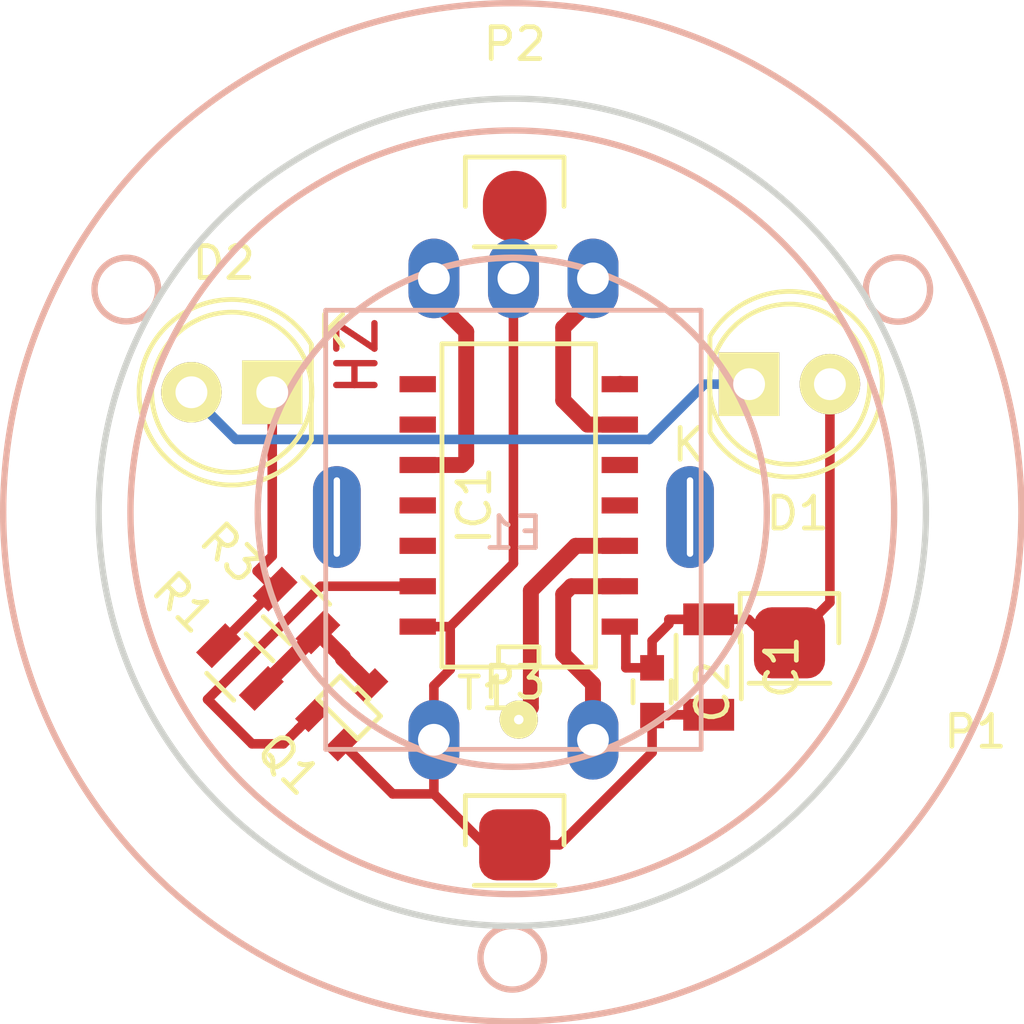
<source format=kicad_pcb>
(kicad_pcb (version 20171130) (host pcbnew "(5.1.12)-1")

  (general
    (thickness 1.6)
    (drawings 8)
    (tracks 78)
    (zones 0)
    (modules 13)
    (nets 18)
  )

  (page A4)
  (layers
    (0 F.Cu signal)
    (31 B.Cu signal)
    (32 B.Adhes user)
    (33 F.Adhes user)
    (34 B.Paste user)
    (35 F.Paste user)
    (36 B.SilkS user)
    (37 F.SilkS user)
    (38 B.Mask user)
    (39 F.Mask user)
    (40 Dwgs.User user)
    (41 Cmts.User user)
    (42 Eco1.User user)
    (43 Eco2.User user)
    (44 Edge.Cuts user)
    (45 Margin user)
    (46 B.CrtYd user)
    (47 F.CrtYd user)
    (48 B.Fab user)
    (49 F.Fab user)
  )

  (setup
    (last_trace_width 0.3)
    (user_trace_width 0.3)
    (user_trace_width 0.5)
    (user_trace_width 0.8)
    (trace_clearance 0.3)
    (zone_clearance 0.508)
    (zone_45_only no)
    (trace_min 0.2)
    (via_size 0.8)
    (via_drill 0.4)
    (via_min_size 0.4)
    (via_min_drill 0.3)
    (uvia_size 0.3)
    (uvia_drill 0.1)
    (uvias_allowed no)
    (uvia_min_size 0.2)
    (uvia_min_drill 0.1)
    (edge_width 0.2)
    (segment_width 0.2)
    (pcb_text_width 0.3)
    (pcb_text_size 1.5 1.5)
    (mod_edge_width 0.15)
    (mod_text_size 1 1)
    (mod_text_width 0.15)
    (pad_size 2 2.2352)
    (pad_drill 0)
    (pad_to_mask_clearance 0.2)
    (aux_axis_origin 0 0)
    (visible_elements 7FFFFFFF)
    (pcbplotparams
      (layerselection 0x00010_7fffffff)
      (usegerberextensions false)
      (usegerberattributes true)
      (usegerberadvancedattributes true)
      (creategerberjobfile true)
      (excludeedgelayer true)
      (linewidth 0.100000)
      (plotframeref false)
      (viasonmask false)
      (mode 1)
      (useauxorigin false)
      (hpglpennumber 1)
      (hpglpenspeed 20)
      (hpglpendiameter 15.000000)
      (psnegative true)
      (psa4output false)
      (plotreference true)
      (plotvalue true)
      (plotinvisibletext false)
      (padsonsilk false)
      (subtractmaskfromsilk false)
      (outputformat 2)
      (mirror true)
      (drillshape 1)
      (scaleselection 1)
      (outputdirectory ""))
  )

  (net 0 "")
  (net 1 GND)
  (net 2 VCC)
  (net 3 /A)
  (net 4 /B)
  (net 5 /Button)
  (net 6 /SCK)
  (net 7 /MISO)
  (net 8 /MOSI)
  (net 9 /IROUT)
  (net 10 /RESET)
  (net 11 "Net-(IC1-Pad3)")
  (net 12 "Net-(Q1-Pad3)")
  (net 13 "Net-(IC1-Pad12)")
  (net 14 "Net-(IC1-Pad11)")
  (net 15 "Net-(IC1-Pad5)")
  (net 16 /LED-connect)
  (net 17 /LEDPower)

  (net_class Default "This is the default net class."
    (clearance 0.3)
    (trace_width 0.3)
    (via_dia 0.8)
    (via_drill 0.4)
    (uvia_dia 0.3)
    (uvia_drill 0.1)
    (add_net /A)
    (add_net /B)
    (add_net /Button)
    (add_net /IROUT)
    (add_net /LED-connect)
    (add_net /LEDPower)
    (add_net /MISO)
    (add_net /MOSI)
    (add_net /RESET)
    (add_net /SCK)
    (add_net GND)
    (add_net "Net-(IC1-Pad11)")
    (add_net "Net-(IC1-Pad12)")
    (add_net "Net-(IC1-Pad3)")
    (add_net "Net-(IC1-Pad5)")
    (add_net "Net-(Q1-Pad3)")
    (add_net VCC)
  )

  (module knopf:MechanicalEncoder (layer B.Cu) (tedit 58324776) (tstamp 5823DCFF)
    (at 100.036 50.15 180)
    (path /5820AD2B)
    (fp_text reference E1 (at 0 -0.5 180) (layer B.SilkS)
      (effects (font (size 1 1) (thickness 0.15)) (justify mirror))
    )
    (fp_text value Encoder (at 0 0.5 180) (layer B.Fab)
      (effects (font (size 1 1) (thickness 0.15)) (justify mirror))
    )
    (fp_line (start -5.9 6.5) (end 5.9 6.5) (layer B.SilkS) (width 0.15))
    (fp_line (start 5.9 6.5) (end 5.9 -7.3) (layer B.SilkS) (width 0.15))
    (fp_line (start 5.9 -7.3) (end -5.9 -7.3) (layer B.SilkS) (width 0.15))
    (fp_line (start -5.9 -7.3) (end -5.9 6.5) (layer B.SilkS) (width 0.15))
    (fp_line (start -5.9 6.5) (end -5.8 6.5) (layer B.SilkS) (width 0.15))
    (pad 6 thru_hole oval (at -5.55 0 180) (size 1.5 3.2) (drill oval 0.2 2.5) (layers *.Cu *.Mask))
    (pad 6 thru_hole oval (at 5.55 0 180) (size 1.5 3.2) (drill oval 0.2 2.5) (layers *.Cu *.Mask))
    (pad 5 thru_hole oval (at 2.5 -7 180) (size 1.6 2.5) (drill 1) (layers *.Cu *.Mask)
      (net 1 GND))
    (pad 4 thru_hole oval (at -2.5 -7 180) (size 1.6 2.5) (drill 1) (layers *.Cu *.Mask)
      (net 5 /Button))
    (pad 3 thru_hole oval (at 2.5 7.5 180) (size 1.6 2.5) (drill 1) (layers *.Cu *.Mask)
      (net 4 /B))
    (pad 1 thru_hole oval (at -2.5 7.5 180) (size 1.6 2.5) (drill 1) (layers *.Cu *.Mask)
      (net 3 /A))
    (pad 2 thru_hole oval (at 0 7.5 180) (size 1.6 2.5) (drill 1) (layers *.Cu *.Mask)
      (net 1 GND))
  )

  (module LEDs:LED-5MM (layer F.Cu) (tedit 58324776) (tstamp 5823DCEA)
    (at 107.442 45.974)
    (descr "LED 5mm round vertical")
    (tags "LED 5mm round vertical")
    (path /5820B84C)
    (fp_text reference D1 (at 1.524 4.064) (layer F.SilkS)
      (effects (font (size 1 1) (thickness 0.15)))
    )
    (fp_text value LED (at 1.524 -3.937) (layer F.Fab)
      (effects (font (size 1 1) (thickness 0.15)))
    )
    (fp_line (start -1.5 -1.55) (end -1.5 1.55) (layer F.CrtYd) (width 0.05))
    (fp_line (start -1.23 1.5) (end -1.23 -1.5) (layer F.SilkS) (width 0.15))
    (fp_circle (center 1.27 0) (end 0.97 -2.5) (layer F.SilkS) (width 0.15))
    (fp_text user K (at -1.905 1.905) (layer F.SilkS)
      (effects (font (size 1 1) (thickness 0.15)))
    )
    (fp_arc (start 1.27 0) (end -1.23 -1.5) (angle 297.5) (layer F.SilkS) (width 0.15))
    (fp_arc (start 1.3 0) (end -1.5 1.55) (angle -302) (layer F.CrtYd) (width 0.05))
    (pad 1 thru_hole rect (at 0 0 90) (size 2 1.9) (drill 1.00076) (layers *.Cu *.Mask F.SilkS)
      (net 16 /LED-connect))
    (pad 2 thru_hole circle (at 2.54 0) (size 1.9 1.9) (drill 1.00076) (layers *.Cu *.Mask F.SilkS)
      (net 2 VCC))
  )

  (module LEDs:LED-5MM (layer F.Cu) (tedit 58324776) (tstamp 5823DCF6)
    (at 92.456 46.228 180)
    (descr "LED 5mm round vertical")
    (tags "LED 5mm round vertical")
    (path /5820B78C)
    (fp_text reference D2 (at 1.524 4.064 180) (layer F.SilkS)
      (effects (font (size 1 1) (thickness 0.15)))
    )
    (fp_text value LED (at 1.524 -3.937 180) (layer F.Fab)
      (effects (font (size 1 1) (thickness 0.15)))
    )
    (fp_line (start -1.5 -1.55) (end -1.5 1.55) (layer F.CrtYd) (width 0.05))
    (fp_line (start -1.23 1.5) (end -1.23 -1.5) (layer F.SilkS) (width 0.15))
    (fp_circle (center 1.27 0) (end 0.97 -2.5) (layer F.SilkS) (width 0.15))
    (fp_text user K (at -1.905 1.905 180) (layer F.SilkS)
      (effects (font (size 1 1) (thickness 0.15)))
    )
    (fp_arc (start 1.27 0) (end -1.23 -1.5) (angle 297.5) (layer F.SilkS) (width 0.15))
    (fp_arc (start 1.3 0) (end -1.5 1.55) (angle -302) (layer F.CrtYd) (width 0.05))
    (pad 1 thru_hole rect (at 0 0 270) (size 2 1.9) (drill 1.00076) (layers *.Cu *.Mask F.SilkS)
      (net 17 /LEDPower))
    (pad 2 thru_hole circle (at 2.54 0 180) (size 1.9 1.9) (drill 1.00076) (layers *.Cu *.Mask F.SilkS)
      (net 16 /LED-connect))
  )

  (module SMD_Packages:SOIC-14_N (layer F.Cu) (tedit 58324776) (tstamp 5823DD18)
    (at 100.076 49.784 90)
    (descr "Module CMS SOJ 14 pins Large")
    (tags "CMS SOJ")
    (path /5820AB5A)
    (attr smd)
    (fp_text reference IC1 (at 0 -1.27 90) (layer F.SilkS)
      (effects (font (size 1 1) (thickness 0.15)))
    )
    (fp_text value ATTINY44-S (at 0 1.27 90) (layer F.Fab)
      (effects (font (size 1 1) (thickness 0.15)))
    )
    (fp_line (start 5.08 -2.286) (end 5.08 2.54) (layer F.SilkS) (width 0.15))
    (fp_line (start 5.08 2.54) (end -5.08 2.54) (layer F.SilkS) (width 0.15))
    (fp_line (start -5.08 2.54) (end -5.08 -2.286) (layer F.SilkS) (width 0.15))
    (fp_line (start -5.08 -2.286) (end 5.08 -2.286) (layer F.SilkS) (width 0.15))
    (fp_line (start -5.08 -0.508) (end -4.445 -0.508) (layer F.SilkS) (width 0.15))
    (fp_line (start -4.445 -0.508) (end -4.445 0.762) (layer F.SilkS) (width 0.15))
    (fp_line (start -4.445 0.762) (end -5.08 0.762) (layer F.SilkS) (width 0.15))
    (pad 1 smd rect (at -3.81 3.302 90) (size 0.508 1.143) (layers F.Cu F.Paste F.Mask)
      (net 2 VCC))
    (pad 2 smd rect (at -2.54 3.302 90) (size 0.508 1.143) (layers F.Cu F.Paste F.Mask)
      (net 5 /Button))
    (pad 3 smd rect (at -1.27 3.302 90) (size 0.508 1.143) (layers F.Cu F.Paste F.Mask)
      (net 11 "Net-(IC1-Pad3)"))
    (pad 4 smd rect (at 0 3.302 90) (size 0.508 1.143) (layers F.Cu F.Paste F.Mask)
      (net 10 /RESET))
    (pad 5 smd rect (at 1.27 3.302 90) (size 0.508 1.143) (layers F.Cu F.Paste F.Mask)
      (net 15 "Net-(IC1-Pad5)"))
    (pad 6 smd rect (at 2.54 3.302 90) (size 0.508 1.143) (layers F.Cu F.Paste F.Mask)
      (net 3 /A))
    (pad 7 smd rect (at 3.81 3.302 90) (size 0.508 1.143) (layers F.Cu F.Paste F.Mask)
      (net 8 /MOSI))
    (pad 8 smd rect (at 3.81 -3.048 90) (size 0.508 1.143) (layers F.Cu F.Paste F.Mask)
      (net 7 /MISO))
    (pad 9 smd rect (at 2.54 -3.048 90) (size 0.508 1.143) (layers F.Cu F.Paste F.Mask)
      (net 6 /SCK))
    (pad 11 smd rect (at 0 -3.048 90) (size 0.508 1.143) (layers F.Cu F.Paste F.Mask)
      (net 14 "Net-(IC1-Pad11)"))
    (pad 12 smd rect (at -1.27 -3.048 90) (size 0.508 1.143) (layers F.Cu F.Paste F.Mask)
      (net 13 "Net-(IC1-Pad12)"))
    (pad 13 smd rect (at -2.54 -3.048 90) (size 0.508 1.143) (layers F.Cu F.Paste F.Mask)
      (net 9 /IROUT))
    (pad 14 smd rect (at -3.81 -3.048 90) (size 0.508 1.143) (layers F.Cu F.Paste F.Mask)
      (net 1 GND))
    (pad 10 smd rect (at 1.27 -3.048 90) (size 0.508 1.143) (layers F.Cu F.Paste F.Mask)
      (net 4 /B))
    (model SMD_Packages.3dshapes/SOIC-14_N.wrl
      (at (xyz 0 0 0))
      (scale (xyz 0.5 0.4 0.5))
      (rotate (xyz 0 0 0))
    )
  )

  (module Pin_Headers:Pin_Header_Straight_1x01 (layer F.Cu) (tedit 58324776) (tstamp 5823DD25)
    (at 108.712 54.102)
    (descr "Through hole pin header")
    (tags "pin header")
    (path /5820AEB6)
    (fp_text reference P1 (at 5.842 2.794) (layer F.SilkS)
      (effects (font (size 1 1) (thickness 0.15)))
    )
    (fp_text value Bat+ (at 0 -3.1) (layer F.Fab)
      (effects (font (size 1 1) (thickness 0.15)))
    )
    (fp_line (start 1.55 -1.55) (end 1.55 0) (layer F.SilkS) (width 0.15))
    (fp_line (start -1.75 -1.75) (end -1.75 1.75) (layer F.CrtYd) (width 0.05))
    (fp_line (start 1.75 -1.75) (end 1.75 1.75) (layer F.CrtYd) (width 0.05))
    (fp_line (start -1.75 -1.75) (end 1.75 -1.75) (layer F.CrtYd) (width 0.05))
    (fp_line (start -1.75 1.75) (end 1.75 1.75) (layer F.CrtYd) (width 0.05))
    (fp_line (start -1.55 0) (end -1.55 -1.55) (layer F.SilkS) (width 0.15))
    (fp_line (start -1.55 -1.55) (end 1.55 -1.55) (layer F.SilkS) (width 0.15))
    (fp_line (start -1.27 1.27) (end 1.27 1.27) (layer F.SilkS) (width 0.15))
    (pad 1 smd roundrect (at 0 0) (size 2.2352 2.2352) (layers F.Cu F.Paste F.Mask) (roundrect_rratio 0.25)
      (net 2 VCC))
  )

  (module Pin_Headers:Pin_Header_Straight_1x01 (layer F.Cu) (tedit 58324776) (tstamp 5823DD3F)
    (at 100.076 60.452)
    (descr "Through hole pin header")
    (tags "pin header")
    (path /5820AF77)
    (fp_text reference P3 (at 0 -5.1) (layer F.SilkS)
      (effects (font (size 1 1) (thickness 0.15)))
    )
    (fp_text value Bat- (at 0 -3.1) (layer F.Fab)
      (effects (font (size 1 1) (thickness 0.15)))
    )
    (fp_line (start 1.55 -1.55) (end 1.55 0) (layer F.SilkS) (width 0.15))
    (fp_line (start -1.75 -1.75) (end -1.75 1.75) (layer F.CrtYd) (width 0.05))
    (fp_line (start 1.75 -1.75) (end 1.75 1.75) (layer F.CrtYd) (width 0.05))
    (fp_line (start -1.75 -1.75) (end 1.75 -1.75) (layer F.CrtYd) (width 0.05))
    (fp_line (start -1.75 1.75) (end 1.75 1.75) (layer F.CrtYd) (width 0.05))
    (fp_line (start -1.55 0) (end -1.55 -1.55) (layer F.SilkS) (width 0.15))
    (fp_line (start -1.55 -1.55) (end 1.55 -1.55) (layer F.SilkS) (width 0.15))
    (fp_line (start -1.27 1.27) (end 1.27 1.27) (layer F.SilkS) (width 0.15))
    (pad 1 smd roundrect (at 0 0) (size 2.2352 2.2352) (layers F.Cu F.Paste F.Mask) (roundrect_rratio 0.25)
      (net 1 GND))
  )

  (module TO_SOT_Packages_SMD:SOT-323 (layer F.Cu) (tedit 58324776) (tstamp 5823DD62)
    (at 94.869 56.134 135)
    (tags "SMD SOT")
    (path /5820BAAC)
    (attr smd)
    (fp_text reference Q1 (at 0.089803 -2.604274 135) (layer F.SilkS)
      (effects (font (size 1 1) (thickness 0.15)))
    )
    (fp_text value MTM232270 (at 0 0 135) (layer F.Fab)
      (effects (font (size 1 1) (thickness 0.15)))
    )
    (fp_line (start 0.254 0.508) (end 0.889 0.508) (layer F.SilkS) (width 0.15))
    (fp_line (start 0.889 0.508) (end 0.889 -0.508) (layer F.SilkS) (width 0.15))
    (fp_line (start -0.889 -0.508) (end -0.889 0.508) (layer F.SilkS) (width 0.15))
    (fp_line (start -0.889 0.508) (end -0.254 0.508) (layer F.SilkS) (width 0.15))
    (fp_line (start 0.254 0.635) (end 0.254 0.508) (layer F.SilkS) (width 0.15))
    (fp_line (start -0.254 0.508) (end -0.254 0.635) (layer F.SilkS) (width 0.15))
    (fp_line (start 0.889 -0.508) (end -0.889 -0.508) (layer F.SilkS) (width 0.15))
    (fp_line (start -0.254 0.635) (end 0.254 0.635) (layer F.SilkS) (width 0.15))
    (pad 2 smd rect (at -0.65024 -0.94996 135) (size 0.59944 1.00076) (layers F.Cu F.Paste F.Mask)
      (net 1 GND))
    (pad 1 smd rect (at 0.65024 -0.94996 135) (size 0.59944 1.00076) (layers F.Cu F.Paste F.Mask)
      (net 9 /IROUT))
    (pad 3 smd rect (at 0 0.94996 135) (size 0.59944 1.00076) (layers F.Cu F.Paste F.Mask)
      (net 12 "Net-(Q1-Pad3)"))
    (model TO_SOT_Packages_SMD.3dshapes/SOT-323.wrl
      (offset (xyz 0 0 0.02539999961853028))
      (scale (xyz 0.3937 0.3937 0.3937))
      (rotate (xyz 0 0 0))
    )
  )

  (module Resistors_SMD:R_0805 (layer F.Cu) (tedit 58324776) (tstamp 5823DD6E)
    (at 93.218 53.086 315)
    (descr "Resistor SMD 0805, reflow soldering, Vishay (see dcrcw.pdf)")
    (tags "resistor 0805")
    (path /5820B93D)
    (attr smd)
    (fp_text reference R3 (at -2.73552 0.172601 315) (layer F.SilkS)
      (effects (font (size 1 1) (thickness 0.15)))
    )
    (fp_text value 4R7 (at 0 2.1 315) (layer F.Fab)
      (effects (font (size 1 1) (thickness 0.15)))
    )
    (fp_line (start -1.6 -1) (end 1.6 -1) (layer F.CrtYd) (width 0.05))
    (fp_line (start -1.6 1) (end 1.6 1) (layer F.CrtYd) (width 0.05))
    (fp_line (start -1.6 -1) (end -1.6 1) (layer F.CrtYd) (width 0.05))
    (fp_line (start 1.6 -1) (end 1.6 1) (layer F.CrtYd) (width 0.05))
    (fp_line (start 0.600001 0.875) (end -0.600001 0.875) (layer F.SilkS) (width 0.15))
    (fp_line (start -0.600001 -0.875) (end 0.600001 -0.875) (layer F.SilkS) (width 0.15))
    (pad 1 smd rect (at -0.949999 0 315) (size 0.7 1.3) (layers F.Cu F.Paste F.Mask)
      (net 17 /LEDPower))
    (pad 2 smd rect (at 0.949999 0 315) (size 0.7 1.3) (layers F.Cu F.Paste F.Mask)
      (net 12 "Net-(Q1-Pad3)"))
    (model Resistors_SMD.3dshapes/R_0805.wrl
      (at (xyz 0 0 0))
      (scale (xyz 1 1 1))
      (rotate (xyz 0 0 0))
    )
  )

  (module knopf:TestPoint (layer F.Cu) (tedit 58324776) (tstamp 5823DE40)
    (at 100.203 56.515)
    (descr "Through hole pin header")
    (tags "pin header")
    (path /5820BC03)
    (fp_text reference T1 (at -1.0795 -0.8255) (layer F.SilkS)
      (effects (font (size 1 1) (thickness 0.15)))
    )
    (fp_text value TEST (at 0 -3.1) (layer F.Fab)
      (effects (font (size 1 1) (thickness 0.15)))
    )
    (pad 1 thru_hole circle (at 0 0) (size 1.2 1.2) (drill 0.3) (layers *.Cu *.Mask F.SilkS)
      (net 11 "Net-(IC1-Pad3)"))
  )

  (module Capacitors_SMD:C_1206 (layer F.Cu) (tedit 58324776) (tstamp 5826820E)
    (at 106.172 54.864 270)
    (descr "Capacitor SMD 1206, reflow soldering, AVX (see smccp.pdf)")
    (tags "capacitor 1206")
    (path /5820AFD8)
    (attr smd)
    (fp_text reference C1 (at 0 -2.3 270) (layer F.SilkS)
      (effects (font (size 1 1) (thickness 0.15)))
    )
    (fp_text value 22u (at 0 2.3 270) (layer F.Fab)
      (effects (font (size 1 1) (thickness 0.15)))
    )
    (fp_line (start -1 1.025) (end 1 1.025) (layer F.SilkS) (width 0.15))
    (fp_line (start 1 -1.025) (end -1 -1.025) (layer F.SilkS) (width 0.15))
    (fp_line (start 2.3 -1.15) (end 2.3 1.15) (layer F.CrtYd) (width 0.05))
    (fp_line (start -2.3 -1.15) (end -2.3 1.15) (layer F.CrtYd) (width 0.05))
    (fp_line (start -2.3 1.15) (end 2.3 1.15) (layer F.CrtYd) (width 0.05))
    (fp_line (start -2.3 -1.15) (end 2.3 -1.15) (layer F.CrtYd) (width 0.05))
    (pad 2 smd rect (at 1.5 0 270) (size 1 1.6) (layers F.Cu F.Paste F.Mask)
      (net 1 GND))
    (pad 1 smd rect (at -1.5 0 270) (size 1 1.6) (layers F.Cu F.Paste F.Mask)
      (net 2 VCC))
    (model Capacitors_SMD.3dshapes/C_1206.wrl
      (at (xyz 0 0 0))
      (scale (xyz 1 1 1))
      (rotate (xyz 0 0 0))
    )
  )

  (module Capacitors_SMD:C_0603 (layer F.Cu) (tedit 58324776) (tstamp 5826856F)
    (at 104.394 55.638 270)
    (descr "Capacitor SMD 0603, reflow soldering, AVX (see smccp.pdf)")
    (tags "capacitor 0603")
    (path /5820B01C)
    (attr smd)
    (fp_text reference C2 (at 0 -1.9 270) (layer F.SilkS)
      (effects (font (size 1 1) (thickness 0.15)))
    )
    (fp_text value 100n (at 0 1.9 270) (layer F.Fab)
      (effects (font (size 1 1) (thickness 0.15)))
    )
    (fp_line (start 0.35 0.6) (end -0.35 0.6) (layer F.SilkS) (width 0.15))
    (fp_line (start -0.35 -0.6) (end 0.35 -0.6) (layer F.SilkS) (width 0.15))
    (fp_line (start 1.45 -0.75) (end 1.45 0.75) (layer F.CrtYd) (width 0.05))
    (fp_line (start -1.45 -0.75) (end -1.45 0.75) (layer F.CrtYd) (width 0.05))
    (fp_line (start -1.45 0.75) (end 1.45 0.75) (layer F.CrtYd) (width 0.05))
    (fp_line (start -1.45 -0.75) (end 1.45 -0.75) (layer F.CrtYd) (width 0.05))
    (pad 2 smd rect (at 0.75 0 270) (size 0.8 0.75) (layers F.Cu F.Paste F.Mask)
      (net 1 GND))
    (pad 1 smd rect (at -0.75 0 270) (size 0.8 0.75) (layers F.Cu F.Paste F.Mask)
      (net 2 VCC))
    (model Capacitors_SMD.3dshapes/C_0603.wrl
      (at (xyz 0 0 0))
      (scale (xyz 1 1 1))
      (rotate (xyz 0 0 0))
    )
  )

  (module Resistors_SMD:R_0805 (layer F.Cu) (tedit 58324776) (tstamp 58323555)
    (at 91.44 54.864 315)
    (descr "Resistor SMD 0805, reflow soldering, Vishay (see dcrcw.pdf)")
    (tags "resistor 0805")
    (path /583237B4)
    (attr smd)
    (fp_text reference R1 (at -2.694077 -0.179605 315) (layer F.SilkS)
      (effects (font (size 1 1) (thickness 0.15)))
    )
    (fp_text value 4R7 (at 0 2.1 315) (layer F.Fab)
      (effects (font (size 1 1) (thickness 0.15)))
    )
    (fp_line (start -0.6 -0.875) (end 0.6 -0.875) (layer F.SilkS) (width 0.15))
    (fp_line (start 0.6 0.875) (end -0.6 0.875) (layer F.SilkS) (width 0.15))
    (fp_line (start 1.6 -1) (end 1.6 1) (layer F.CrtYd) (width 0.05))
    (fp_line (start -1.6 -1) (end -1.6 1) (layer F.CrtYd) (width 0.05))
    (fp_line (start -1.6 1) (end 1.6 1) (layer F.CrtYd) (width 0.05))
    (fp_line (start -1.6 -1) (end 1.6 -1) (layer F.CrtYd) (width 0.05))
    (pad 1 smd rect (at -0.949999 0 315) (size 0.7 1.3) (layers F.Cu F.Paste F.Mask)
      (net 17 /LEDPower))
    (pad 2 smd rect (at 0.949999 0 315) (size 0.7 1.3) (layers F.Cu F.Paste F.Mask)
      (net 12 "Net-(Q1-Pad3)"))
    (model Resistors_SMD.3dshapes/R_0805.wrl
      (at (xyz 0 0 0))
      (scale (xyz 1 1 1))
      (rotate (xyz 0 0 0))
    )
  )

  (module Pin_Headers:Pin_Header_Straight_1x01 (layer F.Cu) (tedit 58324776) (tstamp 5832398D)
    (at 100.076 40.386)
    (descr "Through hole pin header")
    (tags "pin header")
    (path /58323947)
    (fp_text reference P2 (at 0 -5.1) (layer F.SilkS)
      (effects (font (size 1 1) (thickness 0.15)))
    )
    (fp_text value Bat- (at 0 -3.1) (layer F.Fab)
      (effects (font (size 1 1) (thickness 0.15)))
    )
    (fp_line (start -1.27 1.27) (end 1.27 1.27) (layer F.SilkS) (width 0.15))
    (fp_line (start -1.55 -1.55) (end 1.55 -1.55) (layer F.SilkS) (width 0.15))
    (fp_line (start -1.55 0) (end -1.55 -1.55) (layer F.SilkS) (width 0.15))
    (fp_line (start -1.75 1.75) (end 1.75 1.75) (layer F.CrtYd) (width 0.05))
    (fp_line (start -1.75 -1.75) (end 1.75 -1.75) (layer F.CrtYd) (width 0.05))
    (fp_line (start 1.75 -1.75) (end 1.75 1.75) (layer F.CrtYd) (width 0.05))
    (fp_line (start -1.75 -1.75) (end -1.75 1.75) (layer F.CrtYd) (width 0.05))
    (fp_line (start 1.55 -1.55) (end 1.55 0) (layer F.SilkS) (width 0.15))
    (pad 1 smd oval (at 0 0) (size 2 2.2352) (layers F.Cu F.Paste F.Mask)
      (net 1 GND))
    (model Pin_Headers.3dshapes/Pin_Header_Straight_1x01.wrl
      (at (xyz 0 0 0))
      (scale (xyz 1 1 1))
      (rotate (xyz 0 0 90))
    )
  )

  (gr_circle (center 87.87 43) (end 88.87 43) (layer B.SilkS) (width 0.2) (tstamp 583244CC))
  (gr_circle (center 112.12 43) (end 113.13 43) (layer B.SilkS) (width 0.2) (tstamp 583244C9))
  (gr_circle (center 100 50) (end 108 50) (layer B.SilkS) (width 0.2) (tstamp 5832449C))
  (gr_circle (center 100 64) (end 101 64) (layer B.SilkS) (width 0.2))
  (gr_circle (center 100 50) (end 116 50) (layer B.SilkS) (width 0.2) (tstamp 58322F39))
  (gr_circle (center 100 50) (end 112 50) (layer B.SilkS) (width 0.2) (tstamp 58322F15))
  (gr_circle (center 100 50) (end 113 50) (layer Edge.Cuts) (width 0.2))
  (gr_text HZ (at 95.123 45.085 90) (layer F.Cu)
    (effects (font (size 1.2 1.2) (thickness 0.2)))
  )

  (segment (start 100.036 42.65) (end 100.036 51.6076) (width 0.3) (layer F.Cu) (net 1))
  (segment (start 100.036 51.6076) (end 98.0496 53.594) (width 0.3) (layer F.Cu) (net 1))
  (segment (start 100.076 41.9537) (end 100.036 41.9937) (width 0.3) (layer F.Cu) (net 1))
  (segment (start 100.036 41.9937) (end 100.036 42.65) (width 0.3) (layer F.Cu) (net 1))
  (segment (start 97.536 57.15) (end 97.536 55.4499) (width 0.3) (layer F.Cu) (net 1))
  (segment (start 97.028 53.594) (end 98.0496 53.594) (width 0.3) (layer F.Cu) (net 1))
  (segment (start 98.0496 53.594) (end 98.0496 54.9363) (width 0.3) (layer F.Cu) (net 1))
  (segment (start 98.0496 54.9363) (end 97.536 55.4499) (width 0.3) (layer F.Cu) (net 1))
  (segment (start 100.076 60.452) (end 99.1379 60.452) (width 0.3) (layer F.Cu) (net 1))
  (segment (start 99.1379 60.452) (end 97.536 58.8501) (width 0.3) (layer F.Cu) (net 1))
  (segment (start 104.394 56.388) (end 104.394 57.5454) (width 0.3) (layer F.Cu) (net 1))
  (segment (start 104.394 57.5454) (end 101.4874 60.452) (width 0.3) (layer F.Cu) (net 1))
  (segment (start 101.4874 60.452) (end 100.076 60.452) (width 0.3) (layer F.Cu) (net 1))
  (segment (start 97.536 57.15) (end 97.536 58.8501) (width 0.3) (layer F.Cu) (net 1))
  (segment (start 94.657 57.2655) (end 95.1872 57.7957) (width 0.3) (layer F.Cu) (net 1))
  (segment (start 95.1872 57.7957) (end 96.2416 58.8501) (width 0.3) (layer F.Cu) (net 1))
  (segment (start 96.2416 58.8501) (end 97.536 58.8501) (width 0.3) (layer F.Cu) (net 1))
  (segment (start 104.394 56.388) (end 104.8979 56.388) (width 0.3) (layer F.Cu) (net 1))
  (segment (start 104.8979 56.388) (end 104.9219 56.364) (width 0.3) (layer F.Cu) (net 1))
  (segment (start 106.172 56.364) (end 104.9219 56.364) (width 0.3) (layer F.Cu) (net 1))
  (segment (start 100.076 40.386) (end 100.076 41.9537) (width 0.3) (layer F.Cu) (net 1))
  (segment (start 108.712 54.102) (end 109.982 52.832) (width 0.3) (layer F.Cu) (net 2))
  (segment (start 109.982 52.832) (end 109.982 45.974) (width 0.3) (layer F.Cu) (net 2))
  (segment (start 107.4221 53.364) (end 108.1601 54.102) (width 0.3) (layer F.Cu) (net 2))
  (segment (start 108.1601 54.102) (end 108.712 54.102) (width 0.3) (layer F.Cu) (net 2))
  (segment (start 106.172 53.364) (end 107.4221 53.364) (width 0.3) (layer F.Cu) (net 2))
  (segment (start 104.394 54.888) (end 104.394 54.0379) (width 0.3) (layer F.Cu) (net 2))
  (segment (start 106.172 53.364) (end 104.9219 53.364) (width 0.3) (layer F.Cu) (net 2))
  (segment (start 104.9219 53.364) (end 104.9219 53.51) (width 0.3) (layer F.Cu) (net 2))
  (segment (start 104.9219 53.51) (end 104.394 54.0379) (width 0.3) (layer F.Cu) (net 2))
  (segment (start 104.394 54.888) (end 103.5689 54.888) (width 0.3) (layer F.Cu) (net 2))
  (segment (start 103.5689 54.888) (end 103.5689 53.7849) (width 0.3) (layer F.Cu) (net 2))
  (segment (start 103.5689 53.7849) (end 103.378 53.594) (width 0.3) (layer F.Cu) (net 2))
  (segment (start 102.536 42.65) (end 102.536 43.26) (width 0.5) (layer F.Cu) (net 3))
  (segment (start 102.536 43.26) (end 101.6 44.196) (width 0.5) (layer F.Cu) (net 3))
  (segment (start 101.6 44.196) (end 101.6 46.482) (width 0.5) (layer F.Cu) (net 3))
  (segment (start 101.6 46.482) (end 102.362 47.244) (width 0.5) (layer F.Cu) (net 3))
  (segment (start 102.362 47.244) (end 103.378 47.244) (width 0.5) (layer F.Cu) (net 3))
  (segment (start 97.536 42.65) (end 97.536 43.307) (width 0.5) (layer F.Cu) (net 4))
  (segment (start 97.536 43.307) (end 98.552 44.323) (width 0.5) (layer F.Cu) (net 4))
  (segment (start 98.552 44.323) (end 98.552 48.387) (width 0.5) (layer F.Cu) (net 4))
  (segment (start 98.552 48.387) (end 98.425 48.514) (width 0.5) (layer F.Cu) (net 4))
  (segment (start 98.425 48.514) (end 97.028 48.514) (width 0.5) (layer F.Cu) (net 4))
  (segment (start 103.378 52.324) (end 101.854 52.324) (width 0.5) (layer F.Cu) (net 5))
  (segment (start 101.854 52.324) (end 101.6 52.578) (width 0.5) (layer F.Cu) (net 5))
  (segment (start 101.6 52.578) (end 101.6 54.464) (width 0.5) (layer F.Cu) (net 5))
  (segment (start 101.6 54.464) (end 102.536 55.4) (width 0.5) (layer F.Cu) (net 5))
  (segment (start 102.536 55.4) (end 102.536 57.15) (width 0.5) (layer F.Cu) (net 5))
  (segment (start 103.39 45.962) (end 103.378 45.974) (width 0.5) (layer F.Cu) (net 8))
  (segment (start 93.272 56.8114) (end 93.2721 56.8114) (width 0.3) (layer F.Cu) (net 9))
  (segment (start 93.2721 56.8114) (end 93.7375 56.346) (width 0.3) (layer F.Cu) (net 9))
  (segment (start 93.272 56.8114) (end 93.7375 56.3459) (width 0.3) (layer F.Cu) (net 9))
  (segment (start 97.028 52.324) (end 93.98 52.324) (width 0.3) (layer F.Cu) (net 9))
  (segment (start 93.98 52.324) (end 90.424 55.88) (width 0.3) (layer F.Cu) (net 9))
  (segment (start 90.424 55.88) (end 91.821 57.277) (width 0.3) (layer F.Cu) (net 9))
  (segment (start 91.821 57.277) (end 92.8064 57.277) (width 0.3) (layer F.Cu) (net 9))
  (segment (start 92.8064 57.277) (end 93.272 56.8114) (width 0.3) (layer F.Cu) (net 9))
  (segment (start 103.378 51.054) (end 101.993 51.054) (width 0.5) (layer F.Cu) (net 11))
  (segment (start 101.993 51.054) (end 100.584 52.4626) (width 0.5) (layer F.Cu) (net 11))
  (segment (start 100.584 52.4626) (end 100.584 56.134) (width 0.5) (layer F.Cu) (net 11))
  (segment (start 100.584 56.134) (end 100.203 56.515) (width 0.5) (layer F.Cu) (net 11))
  (segment (start 95.1084 55.03) (end 95.1086 55.03) (width 0.3) (layer F.Cu) (net 12))
  (segment (start 95.1086 55.03) (end 95.5408 55.4622) (width 0.3) (layer F.Cu) (net 12))
  (segment (start 95.1084 55.03) (end 95.5407 55.4623) (width 0.5) (layer F.Cu) (net 12))
  (segment (start 93.8898 53.7578) (end 94.6761 54.5441) (width 0.5) (layer F.Cu) (net 12))
  (segment (start 94.6761 54.5441) (end 94.6761 54.5977) (width 0.5) (layer F.Cu) (net 12))
  (segment (start 94.6761 54.5977) (end 95.1084 55.03) (width 0.5) (layer F.Cu) (net 12))
  (segment (start 93.8898 53.7578) (end 92.1118 55.5358) (width 0.5) (layer F.Cu) (net 12))
  (segment (start 107.442 45.974) (end 106.0419 45.974) (width 0.3) (layer B.Cu) (net 16))
  (segment (start 89.916 46.228) (end 89.916 46.3186) (width 0.3) (layer B.Cu) (net 16))
  (segment (start 89.916 46.3186) (end 91.3076 47.7102) (width 0.3) (layer B.Cu) (net 16))
  (segment (start 91.3076 47.7102) (end 104.3057 47.7102) (width 0.3) (layer B.Cu) (net 16))
  (segment (start 104.3057 47.7102) (end 106.0419 45.974) (width 0.3) (layer B.Cu) (net 16))
  (segment (start 92.5462 52.4142) (end 91.9805 51.8485) (width 0.3) (layer F.Cu) (net 17))
  (segment (start 91.9805 51.8485) (end 92.456 51.373) (width 0.3) (layer F.Cu) (net 17))
  (segment (start 92.456 51.373) (end 92.456 47.6781) (width 0.3) (layer F.Cu) (net 17))
  (segment (start 92.456 46.228) (end 92.456 47.6781) (width 0.3) (layer F.Cu) (net 17))
  (segment (start 90.7682 54.1922) (end 92.5462 52.4142) (width 0.3) (layer F.Cu) (net 17))

)

</source>
